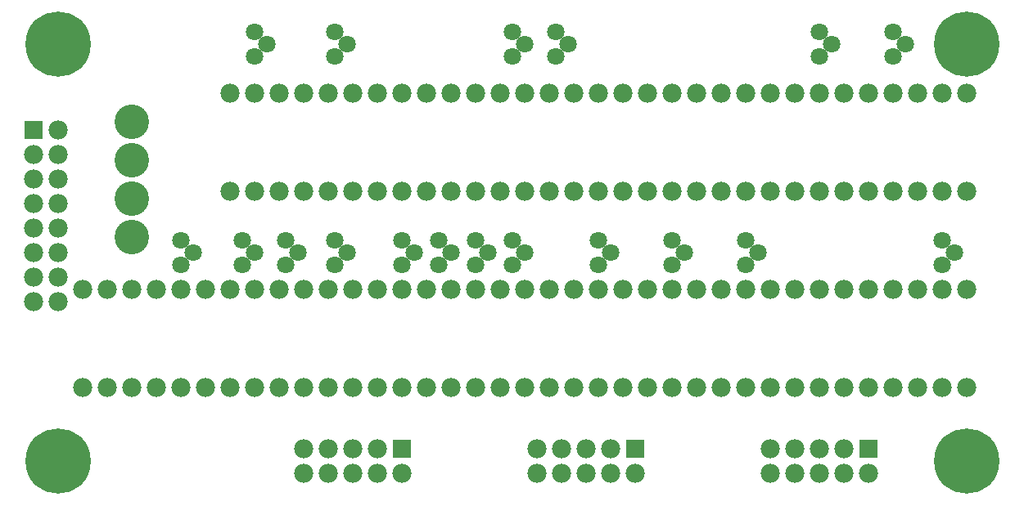
<source format=gbr>
G04 #@! TF.FileFunction,Soldermask,Top*
%FSLAX46Y46*%
G04 Gerber Fmt 4.6, Leading zero omitted, Abs format (unit mm)*
G04 Created by KiCad (PCBNEW 4.0.5) date 02/09/17 20:21:43*
%MOMM*%
%LPD*%
G01*
G04 APERTURE LIST*
%ADD10C,0.100000*%
%ADD11C,1.974800*%
%ADD12R,1.974800X1.974800*%
%ADD13C,1.797000*%
%ADD14C,3.575000*%
%ADD15C,6.750000*%
G04 APERTURE END LIST*
D10*
D11*
X138430000Y-138430000D03*
X138430000Y-128270000D03*
X140970000Y-138430000D03*
X140970000Y-128270000D03*
X146050000Y-138430000D03*
X146050000Y-128270000D03*
X143510000Y-138430000D03*
X143510000Y-128270000D03*
X110490000Y-138430000D03*
X110490000Y-128270000D03*
X128270000Y-138430000D03*
X128270000Y-128270000D03*
X151130000Y-138430000D03*
X151130000Y-128270000D03*
X135890000Y-138430000D03*
X135890000Y-128270000D03*
X128270000Y-118110000D03*
X128270000Y-107950000D03*
X125730000Y-118110000D03*
X125730000Y-107950000D03*
X123190000Y-118110000D03*
X123190000Y-107950000D03*
X120650000Y-118110000D03*
X120650000Y-107950000D03*
X156210000Y-118110000D03*
X156210000Y-107950000D03*
X153670000Y-118110000D03*
X153670000Y-107950000D03*
X151130000Y-118110000D03*
X151130000Y-107950000D03*
X148590000Y-118110000D03*
X148590000Y-107950000D03*
X118110000Y-118110000D03*
X118110000Y-107950000D03*
X146050000Y-118110000D03*
X146050000Y-107950000D03*
X110490000Y-118110000D03*
X110490000Y-107950000D03*
X135890000Y-118110000D03*
X135890000Y-107950000D03*
X105410000Y-118110000D03*
X105410000Y-107950000D03*
X102870000Y-118110000D03*
X102870000Y-107950000D03*
X100330000Y-118110000D03*
X100330000Y-107950000D03*
X133350000Y-118110000D03*
X133350000Y-107950000D03*
X130810000Y-118110000D03*
X130810000Y-107950000D03*
X80010000Y-138430000D03*
X80010000Y-128270000D03*
X77470000Y-138430000D03*
X77470000Y-128270000D03*
X74930000Y-138430000D03*
X74930000Y-128270000D03*
X72390000Y-138430000D03*
X72390000Y-128270000D03*
X69850000Y-138430000D03*
X69850000Y-128270000D03*
X97790000Y-118110000D03*
X97790000Y-107950000D03*
X87630000Y-118110000D03*
X87630000Y-107950000D03*
X95250000Y-118110000D03*
X95250000Y-107950000D03*
X85090000Y-118110000D03*
X85090000Y-107950000D03*
D12*
X146050000Y-144780000D03*
D11*
X146050000Y-147320000D03*
X143510000Y-144780000D03*
X143510000Y-147320000D03*
X140970000Y-144780000D03*
X140970000Y-147320000D03*
X138430000Y-144780000D03*
X138430000Y-147320000D03*
X135890000Y-144780000D03*
X135890000Y-147320000D03*
D12*
X97790000Y-144780000D03*
D11*
X97790000Y-147320000D03*
X95250000Y-144780000D03*
X95250000Y-147320000D03*
X92710000Y-144780000D03*
X92710000Y-147320000D03*
X90170000Y-144780000D03*
X90170000Y-147320000D03*
X87630000Y-144780000D03*
X87630000Y-147320000D03*
D12*
X121920000Y-144780000D03*
D11*
X121920000Y-147320000D03*
X119380000Y-144780000D03*
X119380000Y-147320000D03*
X116840000Y-144780000D03*
X116840000Y-147320000D03*
X114300000Y-144780000D03*
X114300000Y-147320000D03*
X111760000Y-144780000D03*
X111760000Y-147320000D03*
D13*
X118110000Y-123190000D03*
X119380000Y-124460000D03*
X118110000Y-125730000D03*
X125730000Y-123190000D03*
X127000000Y-124460000D03*
X125730000Y-125730000D03*
X153670000Y-123190000D03*
X154940000Y-124460000D03*
X153670000Y-125730000D03*
X133350000Y-123190000D03*
X134620000Y-124460000D03*
X133350000Y-125730000D03*
X113665000Y-101600000D03*
X114935000Y-102870000D03*
X113665000Y-104140000D03*
X148590000Y-101600000D03*
X149860000Y-102870000D03*
X148590000Y-104140000D03*
X109220000Y-101600000D03*
X110490000Y-102870000D03*
X109220000Y-104140000D03*
X140970000Y-101600000D03*
X142240000Y-102870000D03*
X140970000Y-104140000D03*
X74930000Y-123190000D03*
X76200000Y-124460000D03*
X74930000Y-125730000D03*
X90805000Y-101600000D03*
X92075000Y-102870000D03*
X90805000Y-104140000D03*
X82550000Y-101600000D03*
X83820000Y-102870000D03*
X82550000Y-104140000D03*
X97790000Y-123190000D03*
X99060000Y-124460000D03*
X97790000Y-125730000D03*
X101600000Y-123190000D03*
X102870000Y-124460000D03*
X101600000Y-125730000D03*
X105410000Y-123190000D03*
X106680000Y-124460000D03*
X105410000Y-125730000D03*
X109220000Y-123190000D03*
X110490000Y-124460000D03*
X109220000Y-125730000D03*
X90805000Y-123190000D03*
X92075000Y-124460000D03*
X90805000Y-125730000D03*
X85725000Y-123190000D03*
X86995000Y-124460000D03*
X85725000Y-125730000D03*
X81280000Y-123190000D03*
X82550000Y-124460000D03*
X81280000Y-125730000D03*
D11*
X123190000Y-138430000D03*
X123190000Y-128270000D03*
X130810000Y-138430000D03*
X130810000Y-128270000D03*
X148590000Y-138430000D03*
X148590000Y-128270000D03*
X156210000Y-138430000D03*
X156210000Y-128270000D03*
X120650000Y-138430000D03*
X120650000Y-128270000D03*
X125730000Y-138430000D03*
X125730000Y-128270000D03*
X153670000Y-138430000D03*
X153670000Y-128270000D03*
X133350000Y-138430000D03*
X133350000Y-128270000D03*
X115570000Y-118110000D03*
X115570000Y-107950000D03*
X143510000Y-118110000D03*
X143510000Y-107950000D03*
X113030000Y-118110000D03*
X113030000Y-107950000D03*
X140970000Y-118110000D03*
X140970000Y-107950000D03*
X107950000Y-118110000D03*
X107950000Y-107950000D03*
X138430000Y-118110000D03*
X138430000Y-107950000D03*
X67310000Y-138430000D03*
X67310000Y-128270000D03*
X92710000Y-118110000D03*
X92710000Y-107950000D03*
X80010000Y-118110000D03*
X80010000Y-107950000D03*
X64770000Y-138430000D03*
X64770000Y-128270000D03*
X90170000Y-118110000D03*
X90170000Y-107950000D03*
X82550000Y-118110000D03*
X82550000Y-107950000D03*
X100330000Y-138430000D03*
X100330000Y-128270000D03*
X102870000Y-128270000D03*
X102870000Y-138430000D03*
X105410000Y-138430000D03*
X105410000Y-128270000D03*
X107950000Y-138430000D03*
X107950000Y-128270000D03*
X90170000Y-128270000D03*
X90170000Y-138430000D03*
X92710000Y-128270000D03*
X92710000Y-138430000D03*
X95250000Y-128270000D03*
X95250000Y-138430000D03*
X97790000Y-128270000D03*
X97790000Y-138430000D03*
X87630000Y-138430000D03*
X87630000Y-128270000D03*
X85090000Y-138430000D03*
X85090000Y-128270000D03*
X82550000Y-138430000D03*
X82550000Y-128270000D03*
X118110000Y-128270000D03*
X118110000Y-138430000D03*
X115570000Y-128270000D03*
X115570000Y-138430000D03*
X113030000Y-128270000D03*
X113030000Y-138430000D03*
D14*
X69850000Y-122783600D03*
X69850000Y-118821200D03*
X69850000Y-114858800D03*
X69850000Y-110896400D03*
D12*
X59690000Y-111760000D03*
D11*
X62230000Y-111760000D03*
X59690000Y-114300000D03*
X62230000Y-114300000D03*
X59690000Y-116840000D03*
X62230000Y-116840000D03*
X59690000Y-119380000D03*
X62230000Y-119380000D03*
X59690000Y-121920000D03*
X62230000Y-121920000D03*
X59690000Y-124460000D03*
X62230000Y-124460000D03*
X59690000Y-127000000D03*
X62230000Y-127000000D03*
X59690000Y-129540000D03*
X62230000Y-129540000D03*
D15*
X156210000Y-146050000D03*
X156210000Y-102870000D03*
X62230000Y-146050000D03*
X62230000Y-102870000D03*
M02*

</source>
